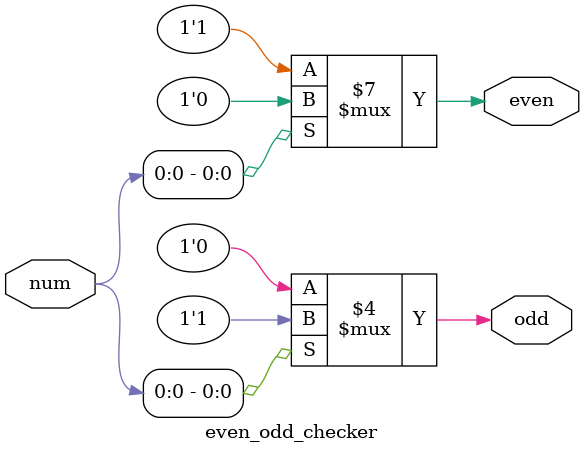
<source format=v>
module even_odd_checker(
    input wire [7:0] num,
    output reg even,
    output reg odd
);

always @(*) begin
    if (num[0] == 1'b0) begin
        even = 1'b1;
        odd = 1'b0;
    end
    else begin
        even = 1'b0;
        odd = 1'b1;
    end
end

endmodule

</source>
